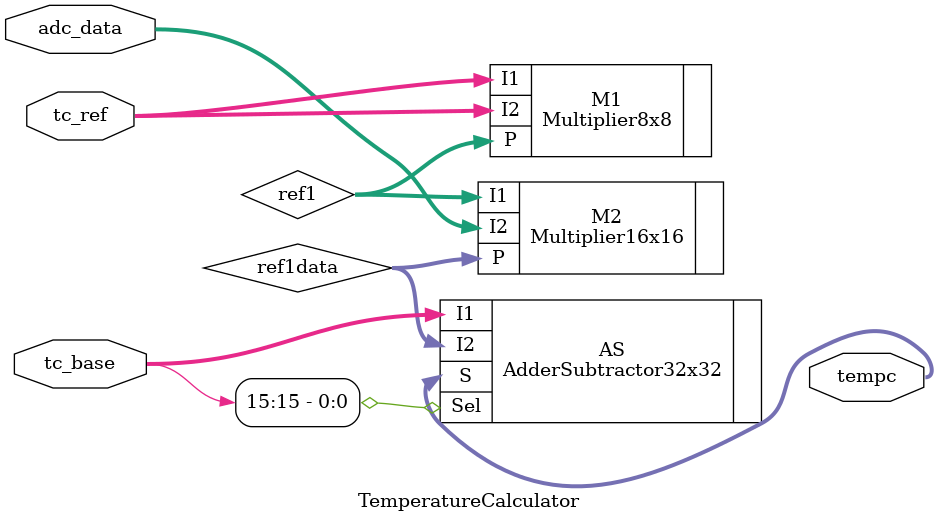
<source format=v>
`timescale 1ns / 1ps
module TemperatureCalculator(
	input [31:0] tc_base,
	input [7:0] tc_ref,
	input [15:0] adc_data,
	output [31:0] tempc
    );
	 
	wire [15:0] ref1 ;
	wire [31:0] ref1data ;
	
	Multiplier8x8 M1(.I1(tc_ref),.I2(tc_ref),.P(ref1));
	Multiplier16x16 M2(.I1(ref1),.I2(adc_data),.P(ref1data));
	AdderSubtractor32x32 AS(.I1(tc_base),.I2(ref1data),.Sel(tc_base[15]),.S(tempc));

endmodule

</source>
